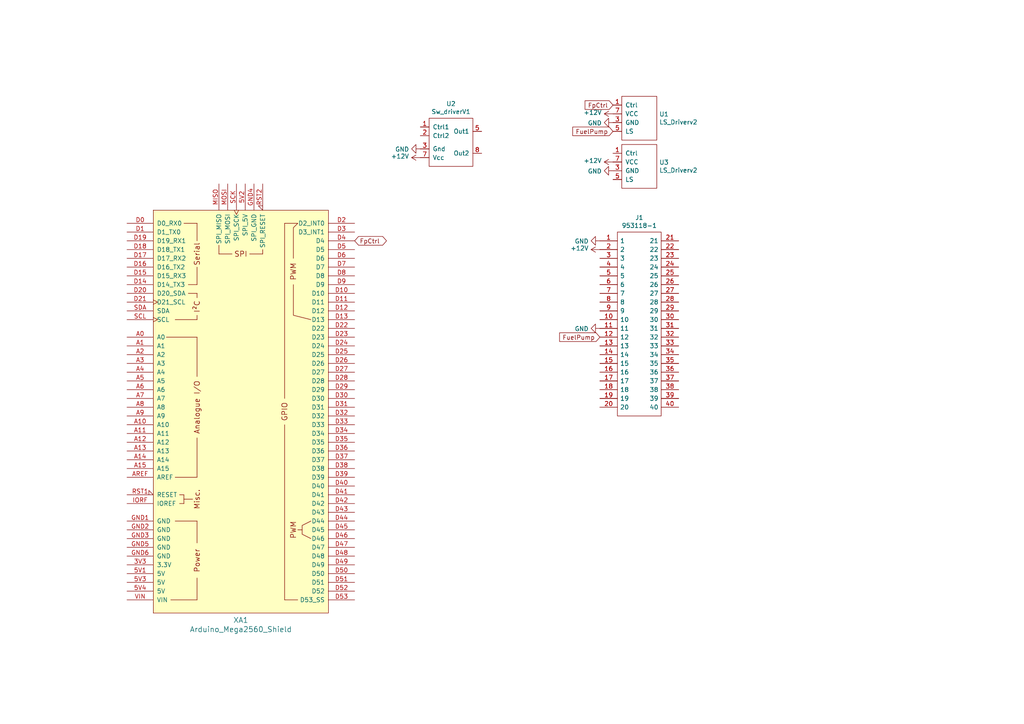
<source format=kicad_sch>
(kicad_sch (version 20211123) (generator eeschema)
  (paper "A4")
  (lib_symbols
    (symbol "J-Eagan:LS_Driverv2" (pin_names (offset 1.016))
      (property "Reference" "U" (at 3.81 -6.35 0))
      (property "Value" "LS_Driverv2" (at 3.81 -6.35 0))
      (symbol "LS_Driverv2_0_1"
        (rectangle (start -5.08 7.62) (end 5.08 -5.08))
      )
      (symbol "LS_Driverv2_1_1"
        (pin input line (at -7.62 5.08 0) (length 2.54) (name "Ctrl") (number "1"))
        (pin power_in line (at -7.62 0 0) (length 2.54) (name "GND") (number "3"))
        (pin power_in line (at -7.62 0 0) (length 2.54) hide (name "GND") (number "4"))
        (pin power_out line (at -7.62 -2.54 0) (length 2.54) (name "LS") (number "5"))
        (pin power_out line (at -7.62 -2.54 0) (length 2.54) hide (name "LS") (number "6"))
        (pin power_in line (at -7.62 2.54 0) (length 2.54) (name "VCC") (number "7"))
      )
    )
    (symbol "J-Eagan:Sw_driverV1" (pin_names (offset 1.016))
      (property "Reference" "U" (at -5.08 8.89 0))
      (property "Value" "Sw_driverV1" (at 0 -7.62 0))
      (symbol "Sw_driverV1_0_1"
        (rectangle (start -6.35 7.62) (end 6.35 -6.35))
      )
      (symbol "Sw_driverV1_1_1"
        (pin input line (at -8.89 5.08 0) (length 2.54) (name "Ctrl1") (number "1"))
        (pin input line (at -8.89 2.54 0) (length 2.54) (name "Ctrl2") (number "2"))
        (pin input line (at -8.89 -1.27 0) (length 2.54) (name "Gnd") (number "3"))
        (pin input line (at -8.89 -1.27 0) (length 2.54) hide (name "Gnd") (number "4"))
        (pin output line (at 8.89 3.81 180) (length 2.54) (name "Out1") (number "5"))
        (pin output line (at 8.89 3.81 180) (length 2.54) hide (name "Out1") (number "6"))
        (pin input line (at -8.89 -3.81 0) (length 2.54) (name "Vcc") (number "7"))
        (pin output line (at 8.89 -2.54 180) (length 2.54) (name "Out2") (number "8"))
      )
    )
    (symbol "T6Mega-rescue:953118-1-LibraryLoader" (pin_names (offset 0.762))
      (property "Reference" "J" (at 19.05 7.62 0))
      (property "Value" "953118-1-LibraryLoader" (at 19.05 5.08 0))
      (symbol "953118-1-LibraryLoader_0_0"
        (pin passive line (at 0 0 0) (length 5.08) (name "1") (number "1"))
        (pin passive line (at 0 -22.86 0) (length 5.08) (name "10") (number "10"))
        (pin passive line (at 0 -25.4 0) (length 5.08) (name "11") (number "11"))
        (pin passive line (at 0 -27.94 0) (length 5.08) (name "12") (number "12"))
        (pin passive line (at 0 -30.48 0) (length 5.08) (name "13") (number "13"))
        (pin passive line (at 0 -33.02 0) (length 5.08) (name "14") (number "14"))
        (pin passive line (at 0 -35.56 0) (length 5.08) (name "15") (number "15"))
        (pin passive line (at 0 -38.1 0) (length 5.08) (name "16") (number "16"))
        (pin passive line (at 0 -40.64 0) (length 5.08) (name "17") (number "17"))
        (pin passive line (at 0 -43.18 0) (length 5.08) (name "18") (number "18"))
        (pin passive line (at 0 -45.72 0) (length 5.08) (name "19") (number "19"))
        (pin passive line (at 0 -2.54 0) (length 5.08) (name "2") (number "2"))
        (pin passive line (at 0 -48.26 0) (length 5.08) (name "20") (number "20"))
        (pin passive line (at 22.86 0 180) (length 5.08) (name "21") (number "21"))
        (pin passive line (at 22.86 -2.54 180) (length 5.08) (name "22") (number "22"))
        (pin passive line (at 22.86 -5.08 180) (length 5.08) (name "23") (number "23"))
        (pin passive line (at 22.86 -7.62 180) (length 5.08) (name "24") (number "24"))
        (pin passive line (at 22.86 -10.16 180) (length 5.08) (name "25") (number "25"))
        (pin passive line (at 22.86 -12.7 180) (length 5.08) (name "26") (number "26"))
        (pin passive line (at 22.86 -15.24 180) (length 5.08) (name "27") (number "27"))
        (pin passive line (at 22.86 -17.78 180) (length 5.08) (name "28") (number "28"))
        (pin passive line (at 22.86 -20.32 180) (length 5.08) (name "29") (number "29"))
        (pin passive line (at 0 -5.08 0) (length 5.08) (name "3") (number "3"))
        (pin passive line (at 22.86 -22.86 180) (length 5.08) (name "30") (number "30"))
        (pin passive line (at 22.86 -25.4 180) (length 5.08) (name "31") (number "31"))
        (pin passive line (at 22.86 -27.94 180) (length 5.08) (name "32") (number "32"))
        (pin passive line (at 22.86 -30.48 180) (length 5.08) (name "33") (number "33"))
        (pin passive line (at 22.86 -33.02 180) (length 5.08) (name "34") (number "34"))
        (pin passive line (at 22.86 -35.56 180) (length 5.08) (name "35") (number "35"))
        (pin passive line (at 22.86 -38.1 180) (length 5.08) (name "36") (number "36"))
        (pin passive line (at 22.86 -40.64 180) (length 5.08) (name "37") (number "37"))
        (pin passive line (at 22.86 -43.18 180) (length 5.08) (name "38") (number "38"))
        (pin passive line (at 22.86 -45.72 180) (length 5.08) (name "39") (number "39"))
        (pin passive line (at 0 -7.62 0) (length 5.08) (name "4") (number "4"))
        (pin passive line (at 22.86 -48.26 180) (length 5.08) (name "40") (number "40"))
        (pin passive line (at 0 -10.16 0) (length 5.08) (name "5") (number "5"))
        (pin passive line (at 0 -12.7 0) (length 5.08) (name "6") (number "6"))
        (pin passive line (at 0 -15.24 0) (length 5.08) (name "7") (number "7"))
        (pin passive line (at 0 -17.78 0) (length 5.08) (name "8") (number "8"))
        (pin passive line (at 0 -20.32 0) (length 5.08) (name "9") (number "9"))
      )
      (symbol "953118-1-LibraryLoader_0_1"
        (polyline (pts (xy 5.08 2.54) (xy 17.78 2.54) (xy 17.78 -50.8) (xy 5.08 -50.8) (xy 5.08 2.54)) (stroke (width 0.1524)))
      )
    )
    (symbol "T6Mega-rescue:Arduino_Mega2560_Shield-Arduino" (pin_names (offset 1.016))
      (property "Reference" "XA" (at 2.54 0 90))
      (property "Value" "Arduino_Mega2560_Shield-Arduino" (at -2.54 0 90))
      (symbol "Arduino_Mega2560_Shield-Arduino_0_0"
        (rectangle (start -25.4 -58.42) (end 25.4 58.42) (fill (type background)))
        (rectangle (start -20.32 -54.61) (end -12.7 -54.61))
        (rectangle (start -19.05 -31.75) (end -12.7 -31.75))
        (rectangle (start -19.05 -19.05) (end -12.7 -19.05))
        (rectangle (start -19.05 26.67) (end -12.7 26.67))
        (rectangle (start -17.78 -26.67) (end -16.51 -26.67))
        (rectangle (start -17.78 -24.13) (end -16.51 -24.13))
        (rectangle (start -16.51 -25.4) (end -13.97 -25.4))
        (rectangle (start -16.51 -24.13) (end -16.51 -26.67))
        (rectangle (start -16.51 54.61) (end -12.7 54.61))
        (rectangle (start -15.24 34.29) (end -12.7 34.29))
        (rectangle (start -15.24 36.83) (end -12.7 36.83))
        (rectangle (start -12.7 -54.61) (end -12.7 -48.26))
        (rectangle (start -12.7 -31.75) (end -12.7 -38.1))
        (rectangle (start -12.7 26.67) (end -12.7 27.94))
        (rectangle (start -12.7 34.29) (end -12.7 33.02))
        (rectangle (start -12.7 41.91) (end -12.7 36.83))
        (rectangle (start -12.7 49.53) (end -12.7 54.61))
        (rectangle (start -6.35 48.26) (end -6.35 45.72))
        (rectangle (start -2.54 45.72) (end -6.35 45.72))
        (polyline (pts (xy -21.59 21.59) (xy -12.7 21.59)))
        (polyline (pts (xy -12.7 -19.05) (xy -12.7 -7.62)))
        (polyline (pts (xy -12.7 10.16) (xy -12.7 21.59)))
        (polyline (pts (xy 12.7 -54.61) (xy 16.51 -54.61)))
        (polyline (pts (xy 12.7 54.61) (xy 16.51 54.61)))
        (polyline (pts (xy 17.78 -34.29) (xy 16.51 -34.29)))
        (polyline (pts (xy 15.24 36.83) (xy 15.24 27.94) (xy 20.32 26.67)))
        (polyline (pts (xy 15.24 44.45) (xy 15.24 53.34) (xy 16.51 54.61)))
        (polyline (pts (xy 20.32 -31.75) (xy 17.78 -33.02) (xy 17.78 -35.56) (xy 20.32 -36.83)))
        (rectangle (start 6.35 45.72) (end 2.54 45.72))
        (rectangle (start 6.35 46.99) (end 6.35 45.72))
        (text "Analogue I/O" (at -12.7 1.27 900) (effects (font (size 1.524 1.524))))
        (text "I²C" (at -12.7 30.48 900) (effects (font (size 1.524 1.524))))
        (text "Misc." (at -12.7 -25.4 900) (effects (font (size 1.524 1.524))))
        (text "Power" (at -12.7 -43.18 900) (effects (font (size 1.524 1.524))))
        (text "PWM" (at 15.24 -34.29 900) (effects (font (size 1.524 1.524))))
        (text "PWM" (at 15.24 40.64 900) (effects (font (size 1.524 1.524))))
        (text "Serial" (at -12.7 45.72 900) (effects (font (size 1.524 1.524))))
        (text "SPI" (at 0 45.72 0) (effects (font (size 1.524 1.524))))
      )
      (symbol "Arduino_Mega2560_Shield-Arduino_1_0"
        (rectangle (start 12.7 -54.61) (end 12.7 -3.81))
        (rectangle (start 12.7 54.61) (end 12.7 3.81))
        (text "GPIO" (at 12.7 0 900) (effects (font (size 1.524 1.524))))
      )
      (symbol "Arduino_Mega2560_Shield-Arduino_1_1"
        (pin power_in line (at -33.02 -44.45 0) (length 7.62) (name "3.3V") (number "3V3"))
        (pin power_in line (at -33.02 -46.99 0) (length 7.62) (name "5V") (number "5V1"))
        (pin power_in line (at 1.27 66.04 270) (length 7.62) (name "SPI_5V") (number "5V2"))
        (pin power_in line (at -33.02 -49.53 0) (length 7.62) (name "5V") (number "5V3"))
        (pin power_in line (at -33.02 -52.07 0) (length 7.62) (name "5V") (number "5V4"))
        (pin bidirectional line (at -33.02 21.59 0) (length 7.62) (name "A0") (number "A0"))
        (pin bidirectional line (at -33.02 19.05 0) (length 7.62) (name "A1") (number "A1"))
        (pin bidirectional line (at -33.02 -3.81 0) (length 7.62) (name "A10") (number "A10"))
        (pin bidirectional line (at -33.02 -6.35 0) (length 7.62) (name "A11") (number "A11"))
        (pin bidirectional line (at -33.02 -8.89 0) (length 7.62) (name "A12") (number "A12"))
        (pin bidirectional line (at -33.02 -11.43 0) (length 7.62) (name "A13") (number "A13"))
        (pin bidirectional line (at -33.02 -13.97 0) (length 7.62) (name "A14") (number "A14"))
        (pin bidirectional line (at -33.02 -16.51 0) (length 7.62) (name "A15") (number "A15"))
        (pin bidirectional line (at -33.02 16.51 0) (length 7.62) (name "A2") (number "A2"))
        (pin bidirectional line (at -33.02 13.97 0) (length 7.62) (name "A3") (number "A3"))
        (pin bidirectional line (at -33.02 11.43 0) (length 7.62) (name "A4") (number "A4"))
        (pin bidirectional line (at -33.02 8.89 0) (length 7.62) (name "A5") (number "A5"))
        (pin bidirectional line (at -33.02 6.35 0) (length 7.62) (name "A6") (number "A6"))
        (pin bidirectional line (at -33.02 3.81 0) (length 7.62) (name "A7") (number "A7"))
        (pin bidirectional line (at -33.02 1.27 0) (length 7.62) (name "A8") (number "A8"))
        (pin bidirectional line (at -33.02 -1.27 0) (length 7.62) (name "A9") (number "A9"))
        (pin input line (at -33.02 -19.05 0) (length 7.62) (name "AREF") (number "AREF"))
        (pin bidirectional line (at -33.02 54.61 0) (length 7.62) (name "D0_RX0") (number "D0"))
        (pin bidirectional line (at -33.02 52.07 0) (length 7.62) (name "D1_TX0") (number "D1"))
        (pin bidirectional line (at 33.02 34.29 180) (length 7.62) (name "D10") (number "D10"))
        (pin bidirectional line (at 33.02 31.75 180) (length 7.62) (name "D11") (number "D11"))
        (pin bidirectional line (at 33.02 29.21 180) (length 7.62) (name "D12") (number "D12"))
        (pin bidirectional line (at 33.02 26.67 180) (length 7.62) (name "D13") (number "D13"))
        (pin bidirectional line (at -33.02 36.83 0) (length 7.62) (name "D14_TX3") (number "D14"))
        (pin bidirectional line (at -33.02 39.37 0) (length 7.62) (name "D15_RX3") (number "D15"))
        (pin bidirectional line (at -33.02 41.91 0) (length 7.62) (name "D16_TX2") (number "D16"))
        (pin bidirectional line (at -33.02 44.45 0) (length 7.62) (name "D17_RX2") (number "D17"))
        (pin bidirectional line (at -33.02 46.99 0) (length 7.62) (name "D18_TX1") (number "D18"))
        (pin bidirectional line (at -33.02 49.53 0) (length 7.62) (name "D19_RX1") (number "D19"))
        (pin bidirectional line (at 33.02 54.61 180) (length 7.62) (name "D2_INT0") (number "D2"))
        (pin bidirectional line (at -33.02 34.29 0) (length 7.62) (name "D20_SDA") (number "D20"))
        (pin bidirectional clock (at -33.02 31.75 0) (length 7.62) (name "D21_SCL") (number "D21"))
        (pin bidirectional line (at 33.02 24.13 180) (length 7.62) (name "D22") (number "D22"))
        (pin bidirectional line (at 33.02 21.59 180) (length 7.62) (name "D23") (number "D23"))
        (pin bidirectional line (at 33.02 19.05 180) (length 7.62) (name "D24") (number "D24"))
        (pin bidirectional line (at 33.02 16.51 180) (length 7.62) (name "D25") (number "D25"))
        (pin bidirectional line (at 33.02 13.97 180) (length 7.62) (name "D26") (number "D26"))
        (pin bidirectional line (at 33.02 11.43 180) (length 7.62) (name "D27") (number "D27"))
        (pin bidirectional line (at 33.02 8.89 180) (length 7.62) (name "D28") (number "D28"))
        (pin bidirectional line (at 33.02 6.35 180) (length 7.62) (name "D29") (number "D29"))
        (pin bidirectional line (at 33.02 52.07 180) (length 7.62) (name "D3_INT1") (number "D3"))
        (pin bidirectional line (at 33.02 3.81 180) (length 7.62) (name "D30") (number "D30"))
        (pin bidirectional line (at 33.02 1.27 180) (length 7.62) (name "D31") (number "D31"))
        (pin bidirectional line (at 33.02 -1.27 180) (length 7.62) (name "D32") (number "D32"))
        (pin bidirectional line (at 33.02 -3.81 180) (length 7.62) (name "D33") (number "D33"))
        (pin bidirectional line (at 33.02 -6.35 180) (length 7.62) (name "D34") (number "D34"))
        (pin bidirectional line (at 33.02 -8.89 180) (length 7.62) (name "D35") (number "D35"))
        (pin bidirectional line (at 33.02 -11.43 180) (length 7.62) (name "D36") (number "D36"))
        (pin bidirectional line (at 33.02 -13.97 180) (length 7.62) (name "D37") (number "D37"))
        (pin bidirectional line (at 33.02 -16.51 180) (length 7.62) (name "D38") (number "D38"))
        (pin bidirectional line (at 33.02 -19.05 180) (length 7.62) (name "D39") (number "D39"))
        (pin bidirectional line (at 33.02 49.53 180) (length 7.62) (name "D4") (number "D4"))
        (pin bidirectional line (at 33.02 -21.59 180) (length 7.62) (name "D40") (number "D40"))
        (pin bidirectional line (at 33.02 -24.13 180) (length 7.62) (name "D41") (number "D41"))
        (pin bidirectional line (at 33.02 -26.67 180) (length 7.62) (name "D42") (number "D42"))
        (pin bidirectional line (at 33.02 -29.21 180) (length 7.62) (name "D43") (number "D43"))
        (pin bidirectional line (at 33.02 -31.75 180) (length 7.62) (name "D44") (number "D44"))
        (pin bidirectional line (at 33.02 -34.29 180) (length 7.62) (name "D45") (number "D45"))
        (pin bidirectional line (at 33.02 -36.83 180) (length 7.62) (name "D46") (number "D46"))
        (pin bidirectional line (at 33.02 -39.37 180) (length 7.62) (name "D47") (number "D47"))
        (pin bidirectional line (at 33.02 -41.91 180) (length 7.62) (name "D48") (number "D48"))
        (pin bidirectional line (at 33.02 -44.45 180) (length 7.62) (name "D49") (number "D49"))
        (pin bidirectional line (at 33.02 46.99 180) (length 7.62) (name "D5") (number "D5"))
        (pin bidirectional line (at 33.02 -46.99 180) (length 7.62) (name "D50") (number "D50"))
        (pin bidirectional line (at 33.02 -49.53 180) (length 7.62) (name "D51") (number "D51"))
        (pin bidirectional line (at 33.02 -52.07 180) (length 7.62) (name "D52") (number "D52"))
        (pin bidirectional line (at 33.02 -54.61 180) (length 7.62) (name "D53_SS") (number "D53"))
        (pin bidirectional line (at 33.02 44.45 180) (length 7.62) (name "D6") (number "D6"))
        (pin bidirectional line (at 33.02 41.91 180) (length 7.62) (name "D7") (number "D7"))
        (pin bidirectional line (at 33.02 39.37 180) (length 7.62) (name "D8") (number "D8"))
        (pin bidirectional line (at 33.02 36.83 180) (length 7.62) (name "D9") (number "D9"))
        (pin power_in line (at -33.02 -31.75 0) (length 7.62) (name "GND") (number "GND1"))
        (pin power_in line (at -33.02 -34.29 0) (length 7.62) (name "GND") (number "GND2"))
        (pin power_in line (at -33.02 -36.83 0) (length 7.62) (name "GND") (number "GND3"))
        (pin power_in line (at 3.81 66.04 270) (length 7.62) (name "SPI_GND") (number "GND4"))
        (pin power_in line (at -33.02 -39.37 0) (length 7.62) (name "GND") (number "GND5"))
        (pin power_in line (at -33.02 -41.91 0) (length 7.62) (name "GND") (number "GND6"))
        (pin output line (at -33.02 -26.67 0) (length 7.62) (name "IOREF") (number "IORF"))
        (pin input line (at -6.35 66.04 270) (length 7.62) (name "SPI_MISO") (number "MISO"))
        (pin output line (at -3.81 66.04 270) (length 7.62) (name "SPI_MOSI") (number "MOSI"))
        (pin open_collector input_low (at -33.02 -24.13 0) (length 7.62) (name "RESET") (number "RST1"))
        (pin open_collector input_low (at 6.35 66.04 270) (length 7.62) (name "SPI_RESET") (number "RST2"))
        (pin output clock (at -1.27 66.04 270) (length 7.62) (name "SPI_SCK") (number "SCK"))
        (pin bidirectional clock (at -33.02 26.67 0) (length 7.62) (name "SCL") (number "SCL"))
        (pin bidirectional line (at -33.02 29.21 0) (length 7.62) (name "SDA") (number "SDA"))
        (pin power_in line (at -33.02 -54.61 0) (length 7.62) (name "VIN") (number "VIN"))
      )
    )
    (symbol "power:+12V" (power) (pin_names (offset 0))
      (property "Value" "+12V" (at 0 3.556 0))
      (symbol "+12V_0_1"
        (polyline (pts (xy -0.762 1.27) (xy 0 2.54)))
        (polyline (pts (xy 0 0) (xy 0 2.54)))
        (polyline (pts (xy 0 2.54) (xy 0.762 1.27)))
      )
      (symbol "+12V_1_1"
        (pin power_in line (at 0 0 90) (length 0) hide (name "+12V") (number "1"))
      )
    )
    (symbol "power:GND" (power) (pin_names (offset 0))
      (property "Value" "GND" (at 0 -3.81 0))
      (symbol "GND_0_1"
        (polyline (pts (xy 0 0) (xy 0 -1.27) (xy 1.27 -1.27) (xy 0 -2.54) (xy -1.27 -1.27) (xy 0 -1.27)))
      )
      (symbol "GND_1_1"
        (pin power_in line (at 0 0 270) (length 0) hide (name "GND") (number "1"))
      )
    )
  )
  (global_label "FuelPump" (shape input) (at 177.8 38.1 180) (property "Intersheet References" "${INTERSHEET_REFS}" (effects hide)))
  (global_label "FpCtrl" (shape input) (at 177.8 30.48 180) (property "Intersheet References" "${INTERSHEET_REFS}" (effects hide)))
  (global_label "FuelPump" (shape input) (at 173.99 97.79 180) (property "Intersheet References" "${INTERSHEET_REFS}" (effects hide)))
  (global_label "FpCtrl" (shape bidirectional) (at 102.87 69.85 0) (property "Intersheet References" "${INTERSHEET_REFS}" (effects hide)))
  (symbol (lib_id "T6Mega-rescue:Arduino_Mega2560_Shield-Arduino") (at 69.85 119.38 0) (unit 1)
    (property "Reference" "XA1" (at 69.85 179.8574 0) (effects (font (size 1.524 1.524))))
    (property "Value" "Arduino_Mega2560_Shield" (at 69.85 182.5498 0) (effects (font (size 1.524 1.524))))
    (property "Footprint" "J-Eagan:Arduino_Mega2560_Shield" (effects hide))
    (property "Datasheet" "https://store.arduino.cc/arduino-mega-2560-rev3" (effects hide))
  )
  (symbol (lib_id "T6Mega-rescue:953118-1-LibraryLoader") (at 173.99 69.85 0) (unit 1)
    (property "Reference" "J1" (at 185.42 63.119 0))
    (property "Value" "953118-1" (at 185.42 65.4304 0))
    (property "Footprint" "9531181" (effects hide))
    (property "Datasheet" "https://www.te.com/commerce/DocumentDelivery/DDEController?Action=showdoc&DocId=Customer+Drawing%7F953118%7FG%7Fpdf%7FFrench%7FFRE_CD_953118_G.pdf%7F953118-1" (effects hide))
    (property "Description" "40pos MQS .63 header 180deg" (effects hide))
    (property "Height" "21.7" (effects hide))
    (property "Manufacturer_Name" "TE Connectivity" (effects hide))
    (property "Manufacturer_Part_Number" "953118-1" (effects hide))
    (property "Mouser Part Number" "571-953118-1" (effects hide))
    (property "Mouser Price/Stock" "https://www.mouser.co.uk/ProductDetail/TE-Connectivity/953118-1?qs=Q0GhXaox%252BNF1Rdk0Qq6iQg%3D%3D" (effects hide))
  )
  (symbol (lib_id "J-Eagan:Sw_driverV1") (at 130.81 41.91 0) (unit 1)
    (property "Reference" "U2" (at 130.81 30.099 0))
    (property "Value" "Sw_driverV1" (at 130.81 32.4104 0))
    (property "Footprint" "J-Eagan:Sw_driverV1" (effects hide))
  )
  (symbol (lib_id "J-Eagan:LS_Driverv2") (at 185.42 35.56 0) (unit 1)
    (property "Reference" "U1" (at 191.2112 33.1216 0) (effects (justify left)))
    (property "Value" "LS_Driverv2" (at 191.2112 35.433 0) (effects (justify left)))
    (property "Footprint" "Package_DIP:DIP-8_W7.62mm_Socket_LongPads" (effects hide))
  )
  (symbol (lib_id "power:+12V") (at 173.99 72.39 90) (unit 1)
    (property "Reference" "#PWR0103" (effects hide))
    (property "Value" "+12V" (at 170.7388 72.009 90) (effects (justify left)))
  )
  (symbol (lib_id "power:+12V") (at 177.8 33.02 90) (unit 1)
    (property "Reference" "#PWR0104" (effects hide))
    (property "Value" "+12V" (at 174.5488 32.639 90) (effects (justify left)))
  )
  (symbol (lib_id "power:+12V") (at 177.8 46.99 90) (unit 1)
    (property "Reference" "#PWR0107" (effects hide))
    (property "Value" "+12V" (at 174.5488 46.609 90) (effects (justify left)))
  )
  (symbol (lib_id "J-Eagan:LS_Driverv2") (at 185.42 49.53 0) (unit 1)
    (property "Reference" "U3" (at 191.2112 47.0916 0) (effects (justify left)))
    (property "Value" "LS_Driverv2" (at 191.2112 49.403 0) (effects (justify left)))
    (property "Footprint" "Package_DIP:DIP-8_W7.62mm_Socket_LongPads" (effects hide))
  )
  (symbol (lib_id "power:+12V") (at 121.92 45.72 90) (unit 1)
    (property "Reference" "#PWR0101" (effects hide))
    (property "Value" "+12V" (at 118.6688 45.339 90) (effects (justify left)))
  )
  (symbol (lib_id "power:GND") (at 121.92 43.18 270) (unit 1)
    (property "Reference" "#PWR0102" (effects hide))
    (property "Value" "GND" (at 118.6688 43.307 90) (effects (justify right)))
  )
  (symbol (lib_id "power:GND") (at 173.99 69.85 270) (unit 1)
    (property "Reference" "#PWR0105" (effects hide))
    (property "Value" "GND" (at 170.7388 69.977 90) (effects (justify right)))
  )
  (symbol (lib_id "power:GND") (at 173.99 95.25 270) (unit 1)
    (property "Reference" "#PWR0106" (effects hide))
    (property "Value" "GND" (at 170.7388 95.377 90) (effects (justify right)))
  )
  (symbol (lib_id "power:GND") (at 177.8 49.53 270) (unit 1)
    (property "Reference" "#PWR0108" (effects hide))
    (property "Value" "GND" (at 174.5488 49.657 90) (effects (justify right)))
  )
  (symbol (lib_id "power:GND") (at 177.8 35.56 270) (unit 1)
    (property "Reference" "#PWR0109" (effects hide))
    (property "Value" "GND" (at 174.5488 35.687 90) (effects (justify right)))
  )
)
</source>
